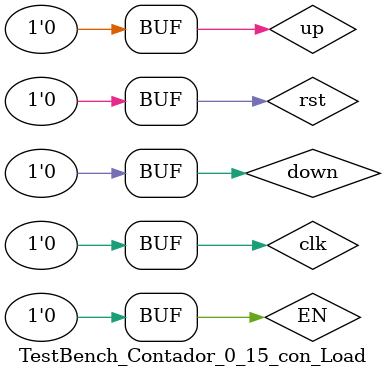
<source format=v>
`timescale 1ns / 1ps

module TestBench_Contador_0_15_con_Load;

	// Inputs
	reg clk;
	reg EN;
	reg up;
	reg down;
	reg rst;

	// Outputs
	wire [3:0] out;

	// Instantiate the Unit Under Test (UUT)
	Contador_0_15 uut (
		.clk(clk), 
		.EN(EN), 
		.up(up), 
		.down(down), 
		.rst(rst), 
		.out(out)
	);

	initial begin
		// Initialize Inputs
		clk = 0;
		EN = 0;
		up = 0;
		down = 0;
		rst = 0;

		// Wait 100 ns for global reset to finish
		#100;
        
		// Add stimulus here

	end
      
endmodule


</source>
